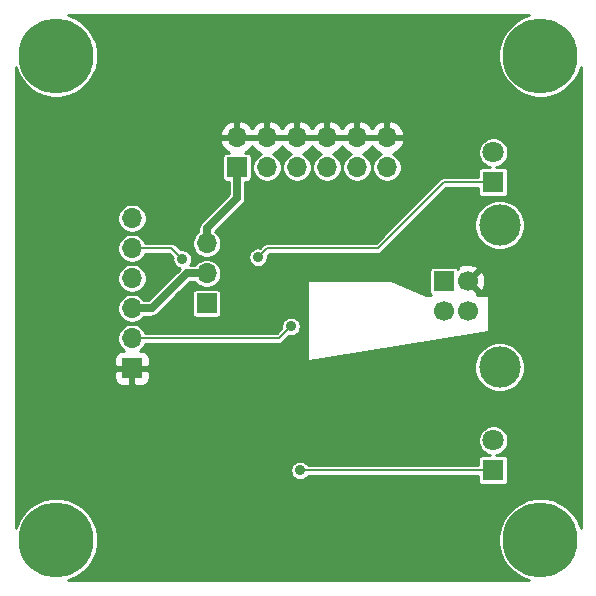
<source format=gbl>
G04 #@! TF.GenerationSoftware,KiCad,Pcbnew,(5.1.5)-3*
G04 #@! TF.CreationDate,2020-07-12T13:50:54-04:00*
G04 #@! TF.ProjectId,FTDI-USB-TTL-49MM,46544449-2d55-4534-922d-54544c2d3439,1*
G04 #@! TF.SameCoordinates,Original*
G04 #@! TF.FileFunction,Copper,L2,Bot*
G04 #@! TF.FilePolarity,Positive*
%FSLAX46Y46*%
G04 Gerber Fmt 4.6, Leading zero omitted, Abs format (unit mm)*
G04 Created by KiCad (PCBNEW (5.1.5)-3) date 2020-07-12 13:50:54*
%MOMM*%
%LPD*%
G04 APERTURE LIST*
%ADD10R,1.800000X1.800000*%
%ADD11C,1.800000*%
%ADD12C,6.350000*%
%ADD13R,1.700000X1.700000*%
%ADD14O,1.700000X1.700000*%
%ADD15C,1.700000*%
%ADD16C,3.500000*%
%ADD17C,0.889000*%
%ADD18C,0.635000*%
%ADD19C,0.203200*%
%ADD20C,0.254000*%
G04 APERTURE END LIST*
D10*
X41000000Y-39116000D03*
D11*
X41000000Y-36576000D03*
D12*
X45000000Y-45000000D03*
X4000000Y-45000000D03*
X45000000Y-4000000D03*
X4000000Y-4000000D03*
D13*
X16738600Y-24993600D03*
D14*
X16738600Y-22453600D03*
X16738600Y-19913600D03*
D13*
X36830000Y-23114000D03*
D15*
X36830000Y-25614000D03*
X38830000Y-25614000D03*
X38830000Y-23114000D03*
D16*
X41540000Y-18344000D03*
X41540000Y-30384000D03*
D13*
X10414000Y-30480000D03*
D14*
X10414000Y-27940000D03*
X10414000Y-25400000D03*
X10414000Y-22860000D03*
X10414000Y-20320000D03*
X10414000Y-17780000D03*
D11*
X41000000Y-12190000D03*
D10*
X41000000Y-14730000D03*
D13*
X19304000Y-13462000D03*
D14*
X19304000Y-10922000D03*
X21844000Y-13462000D03*
X21844000Y-10922000D03*
X24384000Y-13462000D03*
X24384000Y-10922000D03*
X26924000Y-13462000D03*
X26924000Y-10922000D03*
X29464000Y-13462000D03*
X29464000Y-10922000D03*
X32004000Y-13462000D03*
X32004000Y-10922000D03*
D17*
X23876000Y-26924000D03*
X14668500Y-21234400D03*
X21082000Y-21069300D03*
X24638000Y-39116000D03*
X16256000Y-36322000D03*
X22606000Y-21590000D03*
X20828000Y-18034000D03*
X23660100Y-30099000D03*
D18*
X16738600Y-19913600D02*
X16738600Y-18618200D01*
X19304000Y-16052800D02*
X19304000Y-13462000D01*
X16738600Y-18618200D02*
X19304000Y-16052800D01*
D19*
X22860000Y-27940000D02*
X23876000Y-26924000D01*
X10414000Y-27940000D02*
X22860000Y-27940000D01*
X13754100Y-20320000D02*
X14668500Y-21234400D01*
X10414000Y-20320000D02*
X13754100Y-20320000D01*
X21831300Y-20320000D02*
X31242000Y-20320000D01*
X21082000Y-21069300D02*
X21831300Y-20320000D01*
X36832000Y-14730000D02*
X31242000Y-20320000D01*
X41000000Y-14730000D02*
X36832000Y-14730000D01*
X41000000Y-39116000D02*
X24638000Y-39116000D01*
D18*
X10414000Y-25400000D02*
X12090400Y-25400000D01*
X15036800Y-22453600D02*
X16738600Y-22453600D01*
X12090400Y-25400000D02*
X15036800Y-22453600D01*
D20*
G36*
X43962753Y-580655D02*
G01*
X43315602Y-848714D01*
X42733182Y-1237874D01*
X42237874Y-1733182D01*
X41848714Y-2315602D01*
X41580655Y-2962753D01*
X41444000Y-3649765D01*
X41444000Y-4350235D01*
X41580655Y-5037247D01*
X41848714Y-5684398D01*
X42237874Y-6266818D01*
X42733182Y-6762126D01*
X43315602Y-7151286D01*
X43962753Y-7419345D01*
X44649765Y-7556000D01*
X45350235Y-7556000D01*
X46037247Y-7419345D01*
X46684398Y-7151286D01*
X47266818Y-6762126D01*
X47762126Y-6266818D01*
X48151286Y-5684398D01*
X48419345Y-5037247D01*
X48428500Y-4991222D01*
X48428501Y-44008783D01*
X48419345Y-43962753D01*
X48151286Y-43315602D01*
X47762126Y-42733182D01*
X47266818Y-42237874D01*
X46684398Y-41848714D01*
X46037247Y-41580655D01*
X45350235Y-41444000D01*
X44649765Y-41444000D01*
X43962753Y-41580655D01*
X43315602Y-41848714D01*
X42733182Y-42237874D01*
X42237874Y-42733182D01*
X41848714Y-43315602D01*
X41580655Y-43962753D01*
X41444000Y-44649765D01*
X41444000Y-45350235D01*
X41580655Y-46037247D01*
X41848714Y-46684398D01*
X42237874Y-47266818D01*
X42733182Y-47762126D01*
X43315602Y-48151286D01*
X43962753Y-48419345D01*
X44008778Y-48428500D01*
X4991222Y-48428500D01*
X5037247Y-48419345D01*
X5684398Y-48151286D01*
X6266818Y-47762126D01*
X6762126Y-47266818D01*
X7151286Y-46684398D01*
X7419345Y-46037247D01*
X7556000Y-45350235D01*
X7556000Y-44649765D01*
X7419345Y-43962753D01*
X7151286Y-43315602D01*
X6762126Y-42733182D01*
X6266818Y-42237874D01*
X5684398Y-41848714D01*
X5037247Y-41580655D01*
X4350235Y-41444000D01*
X3649765Y-41444000D01*
X2962753Y-41580655D01*
X2315602Y-41848714D01*
X1733182Y-42237874D01*
X1237874Y-42733182D01*
X848714Y-43315602D01*
X580655Y-43962753D01*
X571500Y-44008778D01*
X571500Y-39034695D01*
X23812500Y-39034695D01*
X23812500Y-39197305D01*
X23844224Y-39356789D01*
X23906452Y-39507021D01*
X23996792Y-39642225D01*
X24111775Y-39757208D01*
X24246979Y-39847548D01*
X24397211Y-39909776D01*
X24556695Y-39941500D01*
X24719305Y-39941500D01*
X24878789Y-39909776D01*
X25029021Y-39847548D01*
X25164225Y-39757208D01*
X25279208Y-39642225D01*
X25308357Y-39598600D01*
X39717157Y-39598600D01*
X39717157Y-40016000D01*
X39724513Y-40090689D01*
X39746299Y-40162508D01*
X39781678Y-40228696D01*
X39829289Y-40286711D01*
X39887304Y-40334322D01*
X39953492Y-40369701D01*
X40025311Y-40391487D01*
X40100000Y-40398843D01*
X41900000Y-40398843D01*
X41974689Y-40391487D01*
X42046508Y-40369701D01*
X42112696Y-40334322D01*
X42170711Y-40286711D01*
X42218322Y-40228696D01*
X42253701Y-40162508D01*
X42275487Y-40090689D01*
X42282843Y-40016000D01*
X42282843Y-38216000D01*
X42275487Y-38141311D01*
X42253701Y-38069492D01*
X42218322Y-38003304D01*
X42170711Y-37945289D01*
X42112696Y-37897678D01*
X42046508Y-37862299D01*
X41974689Y-37840513D01*
X41900000Y-37833157D01*
X41246034Y-37833157D01*
X41373654Y-37807772D01*
X41606781Y-37711207D01*
X41816590Y-37571018D01*
X41995018Y-37392590D01*
X42135207Y-37182781D01*
X42231772Y-36949654D01*
X42281000Y-36702167D01*
X42281000Y-36449833D01*
X42231772Y-36202346D01*
X42135207Y-35969219D01*
X41995018Y-35759410D01*
X41816590Y-35580982D01*
X41606781Y-35440793D01*
X41373654Y-35344228D01*
X41126167Y-35295000D01*
X40873833Y-35295000D01*
X40626346Y-35344228D01*
X40393219Y-35440793D01*
X40183410Y-35580982D01*
X40004982Y-35759410D01*
X39864793Y-35969219D01*
X39768228Y-36202346D01*
X39719000Y-36449833D01*
X39719000Y-36702167D01*
X39768228Y-36949654D01*
X39864793Y-37182781D01*
X40004982Y-37392590D01*
X40183410Y-37571018D01*
X40393219Y-37711207D01*
X40626346Y-37807772D01*
X40753966Y-37833157D01*
X40100000Y-37833157D01*
X40025311Y-37840513D01*
X39953492Y-37862299D01*
X39887304Y-37897678D01*
X39829289Y-37945289D01*
X39781678Y-38003304D01*
X39746299Y-38069492D01*
X39724513Y-38141311D01*
X39717157Y-38216000D01*
X39717157Y-38633400D01*
X25308357Y-38633400D01*
X25279208Y-38589775D01*
X25164225Y-38474792D01*
X25029021Y-38384452D01*
X24878789Y-38322224D01*
X24719305Y-38290500D01*
X24556695Y-38290500D01*
X24397211Y-38322224D01*
X24246979Y-38384452D01*
X24111775Y-38474792D01*
X23996792Y-38589775D01*
X23906452Y-38724979D01*
X23844224Y-38875211D01*
X23812500Y-39034695D01*
X571500Y-39034695D01*
X571500Y-31330000D01*
X8925928Y-31330000D01*
X8938188Y-31454482D01*
X8974498Y-31574180D01*
X9033463Y-31684494D01*
X9112815Y-31781185D01*
X9209506Y-31860537D01*
X9319820Y-31919502D01*
X9439518Y-31955812D01*
X9564000Y-31968072D01*
X10128250Y-31965000D01*
X10287000Y-31806250D01*
X10287000Y-30607000D01*
X10541000Y-30607000D01*
X10541000Y-31806250D01*
X10699750Y-31965000D01*
X11264000Y-31968072D01*
X11388482Y-31955812D01*
X11508180Y-31919502D01*
X11618494Y-31860537D01*
X11715185Y-31781185D01*
X11794537Y-31684494D01*
X11853502Y-31574180D01*
X11889812Y-31454482D01*
X11902072Y-31330000D01*
X11899000Y-30765750D01*
X11740250Y-30607000D01*
X10541000Y-30607000D01*
X10287000Y-30607000D01*
X9087750Y-30607000D01*
X8929000Y-30765750D01*
X8925928Y-31330000D01*
X571500Y-31330000D01*
X571500Y-29630000D01*
X8925928Y-29630000D01*
X8929000Y-30194250D01*
X9087750Y-30353000D01*
X10287000Y-30353000D01*
X10287000Y-30333000D01*
X10541000Y-30333000D01*
X10541000Y-30353000D01*
X11740250Y-30353000D01*
X11899000Y-30194250D01*
X11899109Y-30174115D01*
X39409000Y-30174115D01*
X39409000Y-30593885D01*
X39490893Y-31005590D01*
X39651532Y-31393407D01*
X39884744Y-31742433D01*
X40181567Y-32039256D01*
X40530593Y-32272468D01*
X40918410Y-32433107D01*
X41330115Y-32515000D01*
X41749885Y-32515000D01*
X42161590Y-32433107D01*
X42549407Y-32272468D01*
X42898433Y-32039256D01*
X43195256Y-31742433D01*
X43428468Y-31393407D01*
X43589107Y-31005590D01*
X43671000Y-30593885D01*
X43671000Y-30174115D01*
X43589107Y-29762410D01*
X43428468Y-29374593D01*
X43195256Y-29025567D01*
X42898433Y-28728744D01*
X42549407Y-28495532D01*
X42161590Y-28334893D01*
X41749885Y-28253000D01*
X41330115Y-28253000D01*
X40918410Y-28334893D01*
X40530593Y-28495532D01*
X40181567Y-28728744D01*
X39884744Y-29025567D01*
X39651532Y-29374593D01*
X39490893Y-29762410D01*
X39409000Y-30174115D01*
X11899109Y-30174115D01*
X11902072Y-29630000D01*
X11889812Y-29505518D01*
X11853502Y-29385820D01*
X11794537Y-29275506D01*
X11715185Y-29178815D01*
X11618494Y-29099463D01*
X11508180Y-29040498D01*
X11388482Y-29004188D01*
X11264000Y-28991928D01*
X11053706Y-28993073D01*
X11198717Y-28896180D01*
X11370180Y-28724717D01*
X11504898Y-28523097D01*
X11546525Y-28422600D01*
X22836295Y-28422600D01*
X22860000Y-28424935D01*
X22883705Y-28422600D01*
X22883707Y-28422600D01*
X22954606Y-28415617D01*
X23045577Y-28388022D01*
X23129415Y-28343209D01*
X23202901Y-28282901D01*
X23218017Y-28264482D01*
X23743236Y-27739264D01*
X23794695Y-27749500D01*
X23957305Y-27749500D01*
X24116789Y-27717776D01*
X24267021Y-27655548D01*
X24402225Y-27565208D01*
X24517208Y-27450225D01*
X24607548Y-27315021D01*
X24669776Y-27164789D01*
X24701500Y-27005305D01*
X24701500Y-26842695D01*
X24669776Y-26683211D01*
X24607548Y-26532979D01*
X24517208Y-26397775D01*
X24402225Y-26282792D01*
X24267021Y-26192452D01*
X24116789Y-26130224D01*
X23957305Y-26098500D01*
X23794695Y-26098500D01*
X23635211Y-26130224D01*
X23484979Y-26192452D01*
X23349775Y-26282792D01*
X23234792Y-26397775D01*
X23144452Y-26532979D01*
X23082224Y-26683211D01*
X23050500Y-26842695D01*
X23050500Y-27005305D01*
X23060736Y-27056764D01*
X22660101Y-27457400D01*
X11546525Y-27457400D01*
X11504898Y-27356903D01*
X11370180Y-27155283D01*
X11198717Y-26983820D01*
X10997097Y-26849102D01*
X10773069Y-26756307D01*
X10535243Y-26709000D01*
X10292757Y-26709000D01*
X10054931Y-26756307D01*
X9830903Y-26849102D01*
X9629283Y-26983820D01*
X9457820Y-27155283D01*
X9323102Y-27356903D01*
X9230307Y-27580931D01*
X9183000Y-27818757D01*
X9183000Y-28061243D01*
X9230307Y-28299069D01*
X9323102Y-28523097D01*
X9457820Y-28724717D01*
X9629283Y-28896180D01*
X9774294Y-28993073D01*
X9564000Y-28991928D01*
X9439518Y-29004188D01*
X9319820Y-29040498D01*
X9209506Y-29099463D01*
X9112815Y-29178815D01*
X9033463Y-29275506D01*
X8974498Y-29385820D01*
X8938188Y-29505518D01*
X8925928Y-29630000D01*
X571500Y-29630000D01*
X571500Y-22738757D01*
X9183000Y-22738757D01*
X9183000Y-22981243D01*
X9230307Y-23219069D01*
X9323102Y-23443097D01*
X9457820Y-23644717D01*
X9629283Y-23816180D01*
X9830903Y-23950898D01*
X10054931Y-24043693D01*
X10292757Y-24091000D01*
X10535243Y-24091000D01*
X10773069Y-24043693D01*
X10997097Y-23950898D01*
X11198717Y-23816180D01*
X11370180Y-23644717D01*
X11504898Y-23443097D01*
X11597693Y-23219069D01*
X11645000Y-22981243D01*
X11645000Y-22738757D01*
X11597693Y-22500931D01*
X11504898Y-22276903D01*
X11370180Y-22075283D01*
X11198717Y-21903820D01*
X10997097Y-21769102D01*
X10773069Y-21676307D01*
X10535243Y-21629000D01*
X10292757Y-21629000D01*
X10054931Y-21676307D01*
X9830903Y-21769102D01*
X9629283Y-21903820D01*
X9457820Y-22075283D01*
X9323102Y-22276903D01*
X9230307Y-22500931D01*
X9183000Y-22738757D01*
X571500Y-22738757D01*
X571500Y-20198757D01*
X9183000Y-20198757D01*
X9183000Y-20441243D01*
X9230307Y-20679069D01*
X9323102Y-20903097D01*
X9457820Y-21104717D01*
X9629283Y-21276180D01*
X9830903Y-21410898D01*
X10054931Y-21503693D01*
X10292757Y-21551000D01*
X10535243Y-21551000D01*
X10773069Y-21503693D01*
X10997097Y-21410898D01*
X11198717Y-21276180D01*
X11370180Y-21104717D01*
X11504898Y-20903097D01*
X11546525Y-20802600D01*
X13554201Y-20802600D01*
X13853236Y-21101636D01*
X13843000Y-21153095D01*
X13843000Y-21315705D01*
X13874724Y-21475189D01*
X13936952Y-21625421D01*
X14027292Y-21760625D01*
X14142275Y-21875608D01*
X14277479Y-21965948D01*
X14427711Y-22028176D01*
X14466650Y-22035922D01*
X11801073Y-24701500D01*
X11427788Y-24701500D01*
X11370180Y-24615283D01*
X11198717Y-24443820D01*
X10997097Y-24309102D01*
X10773069Y-24216307D01*
X10535243Y-24169000D01*
X10292757Y-24169000D01*
X10054931Y-24216307D01*
X9830903Y-24309102D01*
X9629283Y-24443820D01*
X9457820Y-24615283D01*
X9323102Y-24816903D01*
X9230307Y-25040931D01*
X9183000Y-25278757D01*
X9183000Y-25521243D01*
X9230307Y-25759069D01*
X9323102Y-25983097D01*
X9457820Y-26184717D01*
X9629283Y-26356180D01*
X9830903Y-26490898D01*
X10054931Y-26583693D01*
X10292757Y-26631000D01*
X10535243Y-26631000D01*
X10773069Y-26583693D01*
X10997097Y-26490898D01*
X11198717Y-26356180D01*
X11370180Y-26184717D01*
X11427788Y-26098500D01*
X12056102Y-26098500D01*
X12090400Y-26101878D01*
X12124698Y-26098500D01*
X12124709Y-26098500D01*
X12227330Y-26088393D01*
X12358997Y-26048452D01*
X12480343Y-25983591D01*
X12586703Y-25896303D01*
X12608575Y-25869652D01*
X14334627Y-24143600D01*
X15505757Y-24143600D01*
X15505757Y-25843600D01*
X15513113Y-25918289D01*
X15534899Y-25990108D01*
X15570278Y-26056296D01*
X15617889Y-26114311D01*
X15675904Y-26161922D01*
X15742092Y-26197301D01*
X15813911Y-26219087D01*
X15888600Y-26226443D01*
X17588600Y-26226443D01*
X17663289Y-26219087D01*
X17735108Y-26197301D01*
X17801296Y-26161922D01*
X17859311Y-26114311D01*
X17906922Y-26056296D01*
X17942301Y-25990108D01*
X17964087Y-25918289D01*
X17971443Y-25843600D01*
X17971443Y-24143600D01*
X17964087Y-24068911D01*
X17942301Y-23997092D01*
X17906922Y-23930904D01*
X17859311Y-23872889D01*
X17801296Y-23825278D01*
X17735108Y-23789899D01*
X17663289Y-23768113D01*
X17588600Y-23760757D01*
X15888600Y-23760757D01*
X15813911Y-23768113D01*
X15742092Y-23789899D01*
X15675904Y-23825278D01*
X15617889Y-23872889D01*
X15570278Y-23930904D01*
X15534899Y-23997092D01*
X15513113Y-24068911D01*
X15505757Y-24143600D01*
X14334627Y-24143600D01*
X15326128Y-23152100D01*
X15724812Y-23152100D01*
X15782420Y-23238317D01*
X15953883Y-23409780D01*
X16155503Y-23544498D01*
X16379531Y-23637293D01*
X16617357Y-23684600D01*
X16859843Y-23684600D01*
X17097669Y-23637293D01*
X17321697Y-23544498D01*
X17523317Y-23409780D01*
X17694780Y-23238317D01*
X17777845Y-23114000D01*
X25273000Y-23114000D01*
X25273000Y-29718000D01*
X25274672Y-29738537D01*
X25281086Y-29762593D01*
X25292071Y-29784935D01*
X25307203Y-29804705D01*
X25325901Y-29821142D01*
X25347447Y-29833617D01*
X25371013Y-29841648D01*
X25395692Y-29844927D01*
X25420537Y-29843328D01*
X40533537Y-27366828D01*
X40560039Y-27359467D01*
X40582150Y-27348024D01*
X40601603Y-27332487D01*
X40617651Y-27313453D01*
X40629677Y-27291654D01*
X40637220Y-27267928D01*
X40639989Y-27243186D01*
X40678089Y-24372986D01*
X40675599Y-24346222D01*
X40668315Y-24322415D01*
X40656525Y-24300487D01*
X40640685Y-24281280D01*
X40621402Y-24265533D01*
X40599417Y-24253850D01*
X40575575Y-24246681D01*
X40550792Y-24244300D01*
X39646347Y-24246490D01*
X39678792Y-24142397D01*
X38830000Y-23293605D01*
X38815858Y-23307748D01*
X38636253Y-23128143D01*
X38650395Y-23114000D01*
X39009605Y-23114000D01*
X39858397Y-23962792D01*
X40107472Y-23885157D01*
X40233371Y-23621117D01*
X40305339Y-23337589D01*
X40320611Y-23045469D01*
X40278599Y-22755981D01*
X40180919Y-22480253D01*
X40107472Y-22342843D01*
X39858397Y-22265208D01*
X39009605Y-23114000D01*
X38650395Y-23114000D01*
X38636253Y-23099858D01*
X38815858Y-22920253D01*
X38830000Y-22934395D01*
X39678792Y-22085603D01*
X39601157Y-21836528D01*
X39337117Y-21710629D01*
X39053589Y-21638661D01*
X38761469Y-21623389D01*
X38471981Y-21665401D01*
X38196253Y-21763081D01*
X38058843Y-21836528D01*
X37993667Y-22045632D01*
X37950711Y-21993289D01*
X37892696Y-21945678D01*
X37826508Y-21910299D01*
X37754689Y-21888513D01*
X37680000Y-21881157D01*
X35980000Y-21881157D01*
X35905311Y-21888513D01*
X35833492Y-21910299D01*
X35767304Y-21945678D01*
X35709289Y-21993289D01*
X35661678Y-22051304D01*
X35626299Y-22117492D01*
X35604513Y-22189311D01*
X35597157Y-22264000D01*
X35597157Y-23964000D01*
X35604513Y-24038689D01*
X35626299Y-24110508D01*
X35661678Y-24176696D01*
X35709289Y-24234711D01*
X35735181Y-24255960D01*
X35331252Y-24256938D01*
X32306846Y-22996769D01*
X32282776Y-22989440D01*
X32258000Y-22987000D01*
X25400000Y-22987000D01*
X25375224Y-22989440D01*
X25351399Y-22996667D01*
X25329443Y-23008403D01*
X25310197Y-23024197D01*
X25294403Y-23043443D01*
X25282667Y-23065399D01*
X25275440Y-23089224D01*
X25273000Y-23114000D01*
X17777845Y-23114000D01*
X17829498Y-23036697D01*
X17922293Y-22812669D01*
X17969600Y-22574843D01*
X17969600Y-22332357D01*
X17922293Y-22094531D01*
X17829498Y-21870503D01*
X17694780Y-21668883D01*
X17523317Y-21497420D01*
X17321697Y-21362702D01*
X17097669Y-21269907D01*
X16859843Y-21222600D01*
X16617357Y-21222600D01*
X16379531Y-21269907D01*
X16155503Y-21362702D01*
X15953883Y-21497420D01*
X15782420Y-21668883D01*
X15724812Y-21755100D01*
X15313400Y-21755100D01*
X15400048Y-21625421D01*
X15462276Y-21475189D01*
X15494000Y-21315705D01*
X15494000Y-21153095D01*
X15462276Y-20993611D01*
X15400048Y-20843379D01*
X15309708Y-20708175D01*
X15194725Y-20593192D01*
X15059521Y-20502852D01*
X14909289Y-20440624D01*
X14749805Y-20408900D01*
X14587195Y-20408900D01*
X14535736Y-20419136D01*
X14112117Y-19995518D01*
X14097001Y-19977099D01*
X14023515Y-19916791D01*
X13939677Y-19871978D01*
X13848706Y-19844383D01*
X13777807Y-19837400D01*
X13777805Y-19837400D01*
X13754100Y-19835065D01*
X13730395Y-19837400D01*
X11546525Y-19837400D01*
X11527868Y-19792357D01*
X15507600Y-19792357D01*
X15507600Y-20034843D01*
X15554907Y-20272669D01*
X15647702Y-20496697D01*
X15782420Y-20698317D01*
X15953883Y-20869780D01*
X16155503Y-21004498D01*
X16379531Y-21097293D01*
X16617357Y-21144600D01*
X16859843Y-21144600D01*
X17097669Y-21097293D01*
X17321697Y-21004498D01*
X17346395Y-20987995D01*
X20256500Y-20987995D01*
X20256500Y-21150605D01*
X20288224Y-21310089D01*
X20350452Y-21460321D01*
X20440792Y-21595525D01*
X20555775Y-21710508D01*
X20690979Y-21800848D01*
X20841211Y-21863076D01*
X21000695Y-21894800D01*
X21163305Y-21894800D01*
X21322789Y-21863076D01*
X21473021Y-21800848D01*
X21608225Y-21710508D01*
X21723208Y-21595525D01*
X21813548Y-21460321D01*
X21875776Y-21310089D01*
X21907500Y-21150605D01*
X21907500Y-20987995D01*
X21897264Y-20936535D01*
X22031199Y-20802600D01*
X31218295Y-20802600D01*
X31242000Y-20804935D01*
X31265705Y-20802600D01*
X31265707Y-20802600D01*
X31336606Y-20795617D01*
X31427577Y-20768022D01*
X31511415Y-20723209D01*
X31584901Y-20662901D01*
X31600017Y-20644482D01*
X34110384Y-18134115D01*
X39409000Y-18134115D01*
X39409000Y-18553885D01*
X39490893Y-18965590D01*
X39651532Y-19353407D01*
X39884744Y-19702433D01*
X40181567Y-19999256D01*
X40530593Y-20232468D01*
X40918410Y-20393107D01*
X41330115Y-20475000D01*
X41749885Y-20475000D01*
X42161590Y-20393107D01*
X42549407Y-20232468D01*
X42898433Y-19999256D01*
X43195256Y-19702433D01*
X43428468Y-19353407D01*
X43589107Y-18965590D01*
X43671000Y-18553885D01*
X43671000Y-18134115D01*
X43589107Y-17722410D01*
X43428468Y-17334593D01*
X43195256Y-16985567D01*
X42898433Y-16688744D01*
X42549407Y-16455532D01*
X42161590Y-16294893D01*
X41749885Y-16213000D01*
X41330115Y-16213000D01*
X40918410Y-16294893D01*
X40530593Y-16455532D01*
X40181567Y-16688744D01*
X39884744Y-16985567D01*
X39651532Y-17334593D01*
X39490893Y-17722410D01*
X39409000Y-18134115D01*
X34110384Y-18134115D01*
X37031900Y-15212600D01*
X39717157Y-15212600D01*
X39717157Y-15630000D01*
X39724513Y-15704689D01*
X39746299Y-15776508D01*
X39781678Y-15842696D01*
X39829289Y-15900711D01*
X39887304Y-15948322D01*
X39953492Y-15983701D01*
X40025311Y-16005487D01*
X40100000Y-16012843D01*
X41900000Y-16012843D01*
X41974689Y-16005487D01*
X42046508Y-15983701D01*
X42112696Y-15948322D01*
X42170711Y-15900711D01*
X42218322Y-15842696D01*
X42253701Y-15776508D01*
X42275487Y-15704689D01*
X42282843Y-15630000D01*
X42282843Y-13830000D01*
X42275487Y-13755311D01*
X42253701Y-13683492D01*
X42218322Y-13617304D01*
X42170711Y-13559289D01*
X42112696Y-13511678D01*
X42046508Y-13476299D01*
X41974689Y-13454513D01*
X41900000Y-13447157D01*
X41246034Y-13447157D01*
X41373654Y-13421772D01*
X41606781Y-13325207D01*
X41816590Y-13185018D01*
X41995018Y-13006590D01*
X42135207Y-12796781D01*
X42231772Y-12563654D01*
X42281000Y-12316167D01*
X42281000Y-12063833D01*
X42231772Y-11816346D01*
X42135207Y-11583219D01*
X41995018Y-11373410D01*
X41816590Y-11194982D01*
X41606781Y-11054793D01*
X41373654Y-10958228D01*
X41126167Y-10909000D01*
X40873833Y-10909000D01*
X40626346Y-10958228D01*
X40393219Y-11054793D01*
X40183410Y-11194982D01*
X40004982Y-11373410D01*
X39864793Y-11583219D01*
X39768228Y-11816346D01*
X39719000Y-12063833D01*
X39719000Y-12316167D01*
X39768228Y-12563654D01*
X39864793Y-12796781D01*
X40004982Y-13006590D01*
X40183410Y-13185018D01*
X40393219Y-13325207D01*
X40626346Y-13421772D01*
X40753966Y-13447157D01*
X40100000Y-13447157D01*
X40025311Y-13454513D01*
X39953492Y-13476299D01*
X39887304Y-13511678D01*
X39829289Y-13559289D01*
X39781678Y-13617304D01*
X39746299Y-13683492D01*
X39724513Y-13755311D01*
X39717157Y-13830000D01*
X39717157Y-14247400D01*
X36855707Y-14247400D01*
X36832000Y-14245065D01*
X36737393Y-14254383D01*
X36646423Y-14281978D01*
X36562585Y-14326791D01*
X36489099Y-14387099D01*
X36473988Y-14405512D01*
X31042101Y-19837400D01*
X21855004Y-19837400D01*
X21831299Y-19835065D01*
X21807594Y-19837400D01*
X21807593Y-19837400D01*
X21736694Y-19844383D01*
X21645723Y-19871978D01*
X21561885Y-19916791D01*
X21488399Y-19977099D01*
X21473283Y-19995518D01*
X21214765Y-20254036D01*
X21163305Y-20243800D01*
X21000695Y-20243800D01*
X20841211Y-20275524D01*
X20690979Y-20337752D01*
X20555775Y-20428092D01*
X20440792Y-20543075D01*
X20350452Y-20678279D01*
X20288224Y-20828511D01*
X20256500Y-20987995D01*
X17346395Y-20987995D01*
X17523317Y-20869780D01*
X17694780Y-20698317D01*
X17829498Y-20496697D01*
X17922293Y-20272669D01*
X17969600Y-20034843D01*
X17969600Y-19792357D01*
X17922293Y-19554531D01*
X17829498Y-19330503D01*
X17694780Y-19128883D01*
X17523317Y-18957420D01*
X17441725Y-18902902D01*
X19773662Y-16570966D01*
X19800302Y-16549103D01*
X19822167Y-16522461D01*
X19822173Y-16522455D01*
X19887591Y-16442744D01*
X19952451Y-16321399D01*
X19952452Y-16321396D01*
X19992393Y-16189730D01*
X20002500Y-16087109D01*
X20002500Y-16087099D01*
X20005878Y-16052801D01*
X20002500Y-16018503D01*
X20002500Y-14694843D01*
X20154000Y-14694843D01*
X20228689Y-14687487D01*
X20300508Y-14665701D01*
X20366696Y-14630322D01*
X20424711Y-14582711D01*
X20472322Y-14524696D01*
X20507701Y-14458508D01*
X20529487Y-14386689D01*
X20536843Y-14312000D01*
X20536843Y-12612000D01*
X20529487Y-12537311D01*
X20507701Y-12465492D01*
X20472322Y-12399304D01*
X20424711Y-12341289D01*
X20366696Y-12293678D01*
X20300508Y-12258299D01*
X20228689Y-12236513D01*
X20154000Y-12229157D01*
X19996355Y-12229157D01*
X20070920Y-12193641D01*
X20304269Y-12019588D01*
X20499178Y-11803355D01*
X20574000Y-11677745D01*
X20648822Y-11803355D01*
X20843731Y-12019588D01*
X21077080Y-12193641D01*
X21339901Y-12318825D01*
X21367154Y-12327091D01*
X21260903Y-12371102D01*
X21059283Y-12505820D01*
X20887820Y-12677283D01*
X20753102Y-12878903D01*
X20660307Y-13102931D01*
X20613000Y-13340757D01*
X20613000Y-13583243D01*
X20660307Y-13821069D01*
X20753102Y-14045097D01*
X20887820Y-14246717D01*
X21059283Y-14418180D01*
X21260903Y-14552898D01*
X21484931Y-14645693D01*
X21722757Y-14693000D01*
X21965243Y-14693000D01*
X22203069Y-14645693D01*
X22427097Y-14552898D01*
X22628717Y-14418180D01*
X22800180Y-14246717D01*
X22934898Y-14045097D01*
X23027693Y-13821069D01*
X23075000Y-13583243D01*
X23075000Y-13340757D01*
X23027693Y-13102931D01*
X22934898Y-12878903D01*
X22800180Y-12677283D01*
X22628717Y-12505820D01*
X22427097Y-12371102D01*
X22320846Y-12327091D01*
X22348099Y-12318825D01*
X22610920Y-12193641D01*
X22844269Y-12019588D01*
X23039178Y-11803355D01*
X23114000Y-11677745D01*
X23188822Y-11803355D01*
X23383731Y-12019588D01*
X23617080Y-12193641D01*
X23879901Y-12318825D01*
X23907154Y-12327091D01*
X23800903Y-12371102D01*
X23599283Y-12505820D01*
X23427820Y-12677283D01*
X23293102Y-12878903D01*
X23200307Y-13102931D01*
X23153000Y-13340757D01*
X23153000Y-13583243D01*
X23200307Y-13821069D01*
X23293102Y-14045097D01*
X23427820Y-14246717D01*
X23599283Y-14418180D01*
X23800903Y-14552898D01*
X24024931Y-14645693D01*
X24262757Y-14693000D01*
X24505243Y-14693000D01*
X24743069Y-14645693D01*
X24967097Y-14552898D01*
X25168717Y-14418180D01*
X25340180Y-14246717D01*
X25474898Y-14045097D01*
X25567693Y-13821069D01*
X25615000Y-13583243D01*
X25615000Y-13340757D01*
X25567693Y-13102931D01*
X25474898Y-12878903D01*
X25340180Y-12677283D01*
X25168717Y-12505820D01*
X24967097Y-12371102D01*
X24860846Y-12327091D01*
X24888099Y-12318825D01*
X25150920Y-12193641D01*
X25384269Y-12019588D01*
X25579178Y-11803355D01*
X25654000Y-11677745D01*
X25728822Y-11803355D01*
X25923731Y-12019588D01*
X26157080Y-12193641D01*
X26419901Y-12318825D01*
X26447154Y-12327091D01*
X26340903Y-12371102D01*
X26139283Y-12505820D01*
X25967820Y-12677283D01*
X25833102Y-12878903D01*
X25740307Y-13102931D01*
X25693000Y-13340757D01*
X25693000Y-13583243D01*
X25740307Y-13821069D01*
X25833102Y-14045097D01*
X25967820Y-14246717D01*
X26139283Y-14418180D01*
X26340903Y-14552898D01*
X26564931Y-14645693D01*
X26802757Y-14693000D01*
X27045243Y-14693000D01*
X27283069Y-14645693D01*
X27507097Y-14552898D01*
X27708717Y-14418180D01*
X27880180Y-14246717D01*
X28014898Y-14045097D01*
X28107693Y-13821069D01*
X28155000Y-13583243D01*
X28155000Y-13340757D01*
X28107693Y-13102931D01*
X28014898Y-12878903D01*
X27880180Y-12677283D01*
X27708717Y-12505820D01*
X27507097Y-12371102D01*
X27400846Y-12327091D01*
X27428099Y-12318825D01*
X27690920Y-12193641D01*
X27924269Y-12019588D01*
X28119178Y-11803355D01*
X28194000Y-11677745D01*
X28268822Y-11803355D01*
X28463731Y-12019588D01*
X28697080Y-12193641D01*
X28959901Y-12318825D01*
X28987154Y-12327091D01*
X28880903Y-12371102D01*
X28679283Y-12505820D01*
X28507820Y-12677283D01*
X28373102Y-12878903D01*
X28280307Y-13102931D01*
X28233000Y-13340757D01*
X28233000Y-13583243D01*
X28280307Y-13821069D01*
X28373102Y-14045097D01*
X28507820Y-14246717D01*
X28679283Y-14418180D01*
X28880903Y-14552898D01*
X29104931Y-14645693D01*
X29342757Y-14693000D01*
X29585243Y-14693000D01*
X29823069Y-14645693D01*
X30047097Y-14552898D01*
X30248717Y-14418180D01*
X30420180Y-14246717D01*
X30554898Y-14045097D01*
X30647693Y-13821069D01*
X30695000Y-13583243D01*
X30695000Y-13340757D01*
X30647693Y-13102931D01*
X30554898Y-12878903D01*
X30420180Y-12677283D01*
X30248717Y-12505820D01*
X30047097Y-12371102D01*
X29940846Y-12327091D01*
X29968099Y-12318825D01*
X30230920Y-12193641D01*
X30464269Y-12019588D01*
X30659178Y-11803355D01*
X30734000Y-11677745D01*
X30808822Y-11803355D01*
X31003731Y-12019588D01*
X31237080Y-12193641D01*
X31499901Y-12318825D01*
X31527154Y-12327091D01*
X31420903Y-12371102D01*
X31219283Y-12505820D01*
X31047820Y-12677283D01*
X30913102Y-12878903D01*
X30820307Y-13102931D01*
X30773000Y-13340757D01*
X30773000Y-13583243D01*
X30820307Y-13821069D01*
X30913102Y-14045097D01*
X31047820Y-14246717D01*
X31219283Y-14418180D01*
X31420903Y-14552898D01*
X31644931Y-14645693D01*
X31882757Y-14693000D01*
X32125243Y-14693000D01*
X32363069Y-14645693D01*
X32587097Y-14552898D01*
X32788717Y-14418180D01*
X32960180Y-14246717D01*
X33094898Y-14045097D01*
X33187693Y-13821069D01*
X33235000Y-13583243D01*
X33235000Y-13340757D01*
X33187693Y-13102931D01*
X33094898Y-12878903D01*
X32960180Y-12677283D01*
X32788717Y-12505820D01*
X32587097Y-12371102D01*
X32480846Y-12327091D01*
X32508099Y-12318825D01*
X32770920Y-12193641D01*
X33004269Y-12019588D01*
X33199178Y-11803355D01*
X33348157Y-11553252D01*
X33445481Y-11278891D01*
X33324814Y-11049000D01*
X32131000Y-11049000D01*
X32131000Y-11069000D01*
X31877000Y-11069000D01*
X31877000Y-11049000D01*
X29591000Y-11049000D01*
X29591000Y-11069000D01*
X29337000Y-11069000D01*
X29337000Y-11049000D01*
X27051000Y-11049000D01*
X27051000Y-11069000D01*
X26797000Y-11069000D01*
X26797000Y-11049000D01*
X24511000Y-11049000D01*
X24511000Y-11069000D01*
X24257000Y-11069000D01*
X24257000Y-11049000D01*
X21971000Y-11049000D01*
X21971000Y-11069000D01*
X21717000Y-11069000D01*
X21717000Y-11049000D01*
X19431000Y-11049000D01*
X19431000Y-11069000D01*
X19177000Y-11069000D01*
X19177000Y-11049000D01*
X17983186Y-11049000D01*
X17862519Y-11278891D01*
X17959843Y-11553252D01*
X18108822Y-11803355D01*
X18303731Y-12019588D01*
X18537080Y-12193641D01*
X18611645Y-12229157D01*
X18454000Y-12229157D01*
X18379311Y-12236513D01*
X18307492Y-12258299D01*
X18241304Y-12293678D01*
X18183289Y-12341289D01*
X18135678Y-12399304D01*
X18100299Y-12465492D01*
X18078513Y-12537311D01*
X18071157Y-12612000D01*
X18071157Y-14312000D01*
X18078513Y-14386689D01*
X18100299Y-14458508D01*
X18135678Y-14524696D01*
X18183289Y-14582711D01*
X18241304Y-14630322D01*
X18307492Y-14665701D01*
X18379311Y-14687487D01*
X18454000Y-14694843D01*
X18605501Y-14694843D01*
X18605500Y-15763472D01*
X16268944Y-18100029D01*
X16242298Y-18121897D01*
X16220430Y-18148543D01*
X16220426Y-18148547D01*
X16155009Y-18228257D01*
X16090149Y-18349602D01*
X16050208Y-18481271D01*
X16036722Y-18618200D01*
X16040101Y-18652508D01*
X16040101Y-18899811D01*
X15953883Y-18957420D01*
X15782420Y-19128883D01*
X15647702Y-19330503D01*
X15554907Y-19554531D01*
X15507600Y-19792357D01*
X11527868Y-19792357D01*
X11504898Y-19736903D01*
X11370180Y-19535283D01*
X11198717Y-19363820D01*
X10997097Y-19229102D01*
X10773069Y-19136307D01*
X10535243Y-19089000D01*
X10292757Y-19089000D01*
X10054931Y-19136307D01*
X9830903Y-19229102D01*
X9629283Y-19363820D01*
X9457820Y-19535283D01*
X9323102Y-19736903D01*
X9230307Y-19960931D01*
X9183000Y-20198757D01*
X571500Y-20198757D01*
X571500Y-17658757D01*
X9183000Y-17658757D01*
X9183000Y-17901243D01*
X9230307Y-18139069D01*
X9323102Y-18363097D01*
X9457820Y-18564717D01*
X9629283Y-18736180D01*
X9830903Y-18870898D01*
X10054931Y-18963693D01*
X10292757Y-19011000D01*
X10535243Y-19011000D01*
X10773069Y-18963693D01*
X10997097Y-18870898D01*
X11198717Y-18736180D01*
X11370180Y-18564717D01*
X11504898Y-18363097D01*
X11597693Y-18139069D01*
X11645000Y-17901243D01*
X11645000Y-17658757D01*
X11597693Y-17420931D01*
X11504898Y-17196903D01*
X11370180Y-16995283D01*
X11198717Y-16823820D01*
X10997097Y-16689102D01*
X10773069Y-16596307D01*
X10535243Y-16549000D01*
X10292757Y-16549000D01*
X10054931Y-16596307D01*
X9830903Y-16689102D01*
X9629283Y-16823820D01*
X9457820Y-16995283D01*
X9323102Y-17196903D01*
X9230307Y-17420931D01*
X9183000Y-17658757D01*
X571500Y-17658757D01*
X571500Y-10565109D01*
X17862519Y-10565109D01*
X17983186Y-10795000D01*
X19177000Y-10795000D01*
X19177000Y-9601845D01*
X19431000Y-9601845D01*
X19431000Y-10795000D01*
X21717000Y-10795000D01*
X21717000Y-9601845D01*
X21971000Y-9601845D01*
X21971000Y-10795000D01*
X24257000Y-10795000D01*
X24257000Y-9601845D01*
X24511000Y-9601845D01*
X24511000Y-10795000D01*
X26797000Y-10795000D01*
X26797000Y-9601845D01*
X27051000Y-9601845D01*
X27051000Y-10795000D01*
X29337000Y-10795000D01*
X29337000Y-9601845D01*
X29591000Y-9601845D01*
X29591000Y-10795000D01*
X31877000Y-10795000D01*
X31877000Y-9601845D01*
X32131000Y-9601845D01*
X32131000Y-10795000D01*
X33324814Y-10795000D01*
X33445481Y-10565109D01*
X33348157Y-10290748D01*
X33199178Y-10040645D01*
X33004269Y-9824412D01*
X32770920Y-9650359D01*
X32508099Y-9525175D01*
X32360890Y-9480524D01*
X32131000Y-9601845D01*
X31877000Y-9601845D01*
X31647110Y-9480524D01*
X31499901Y-9525175D01*
X31237080Y-9650359D01*
X31003731Y-9824412D01*
X30808822Y-10040645D01*
X30734000Y-10166255D01*
X30659178Y-10040645D01*
X30464269Y-9824412D01*
X30230920Y-9650359D01*
X29968099Y-9525175D01*
X29820890Y-9480524D01*
X29591000Y-9601845D01*
X29337000Y-9601845D01*
X29107110Y-9480524D01*
X28959901Y-9525175D01*
X28697080Y-9650359D01*
X28463731Y-9824412D01*
X28268822Y-10040645D01*
X28194000Y-10166255D01*
X28119178Y-10040645D01*
X27924269Y-9824412D01*
X27690920Y-9650359D01*
X27428099Y-9525175D01*
X27280890Y-9480524D01*
X27051000Y-9601845D01*
X26797000Y-9601845D01*
X26567110Y-9480524D01*
X26419901Y-9525175D01*
X26157080Y-9650359D01*
X25923731Y-9824412D01*
X25728822Y-10040645D01*
X25654000Y-10166255D01*
X25579178Y-10040645D01*
X25384269Y-9824412D01*
X25150920Y-9650359D01*
X24888099Y-9525175D01*
X24740890Y-9480524D01*
X24511000Y-9601845D01*
X24257000Y-9601845D01*
X24027110Y-9480524D01*
X23879901Y-9525175D01*
X23617080Y-9650359D01*
X23383731Y-9824412D01*
X23188822Y-10040645D01*
X23114000Y-10166255D01*
X23039178Y-10040645D01*
X22844269Y-9824412D01*
X22610920Y-9650359D01*
X22348099Y-9525175D01*
X22200890Y-9480524D01*
X21971000Y-9601845D01*
X21717000Y-9601845D01*
X21487110Y-9480524D01*
X21339901Y-9525175D01*
X21077080Y-9650359D01*
X20843731Y-9824412D01*
X20648822Y-10040645D01*
X20574000Y-10166255D01*
X20499178Y-10040645D01*
X20304269Y-9824412D01*
X20070920Y-9650359D01*
X19808099Y-9525175D01*
X19660890Y-9480524D01*
X19431000Y-9601845D01*
X19177000Y-9601845D01*
X18947110Y-9480524D01*
X18799901Y-9525175D01*
X18537080Y-9650359D01*
X18303731Y-9824412D01*
X18108822Y-10040645D01*
X17959843Y-10290748D01*
X17862519Y-10565109D01*
X571500Y-10565109D01*
X571500Y-4991222D01*
X580655Y-5037247D01*
X848714Y-5684398D01*
X1237874Y-6266818D01*
X1733182Y-6762126D01*
X2315602Y-7151286D01*
X2962753Y-7419345D01*
X3649765Y-7556000D01*
X4350235Y-7556000D01*
X5037247Y-7419345D01*
X5684398Y-7151286D01*
X6266818Y-6762126D01*
X6762126Y-6266818D01*
X7151286Y-5684398D01*
X7419345Y-5037247D01*
X7556000Y-4350235D01*
X7556000Y-3649765D01*
X7419345Y-2962753D01*
X7151286Y-2315602D01*
X6762126Y-1733182D01*
X6266818Y-1237874D01*
X5684398Y-848714D01*
X5037247Y-580655D01*
X4991222Y-571500D01*
X44008778Y-571500D01*
X43962753Y-580655D01*
G37*
X43962753Y-580655D02*
X43315602Y-848714D01*
X42733182Y-1237874D01*
X42237874Y-1733182D01*
X41848714Y-2315602D01*
X41580655Y-2962753D01*
X41444000Y-3649765D01*
X41444000Y-4350235D01*
X41580655Y-5037247D01*
X41848714Y-5684398D01*
X42237874Y-6266818D01*
X42733182Y-6762126D01*
X43315602Y-7151286D01*
X43962753Y-7419345D01*
X44649765Y-7556000D01*
X45350235Y-7556000D01*
X46037247Y-7419345D01*
X46684398Y-7151286D01*
X47266818Y-6762126D01*
X47762126Y-6266818D01*
X48151286Y-5684398D01*
X48419345Y-5037247D01*
X48428500Y-4991222D01*
X48428501Y-44008783D01*
X48419345Y-43962753D01*
X48151286Y-43315602D01*
X47762126Y-42733182D01*
X47266818Y-42237874D01*
X46684398Y-41848714D01*
X46037247Y-41580655D01*
X45350235Y-41444000D01*
X44649765Y-41444000D01*
X43962753Y-41580655D01*
X43315602Y-41848714D01*
X42733182Y-42237874D01*
X42237874Y-42733182D01*
X41848714Y-43315602D01*
X41580655Y-43962753D01*
X41444000Y-44649765D01*
X41444000Y-45350235D01*
X41580655Y-46037247D01*
X41848714Y-46684398D01*
X42237874Y-47266818D01*
X42733182Y-47762126D01*
X43315602Y-48151286D01*
X43962753Y-48419345D01*
X44008778Y-48428500D01*
X4991222Y-48428500D01*
X5037247Y-48419345D01*
X5684398Y-48151286D01*
X6266818Y-47762126D01*
X6762126Y-47266818D01*
X7151286Y-46684398D01*
X7419345Y-46037247D01*
X7556000Y-45350235D01*
X7556000Y-44649765D01*
X7419345Y-43962753D01*
X7151286Y-43315602D01*
X6762126Y-42733182D01*
X6266818Y-42237874D01*
X5684398Y-41848714D01*
X5037247Y-41580655D01*
X4350235Y-41444000D01*
X3649765Y-41444000D01*
X2962753Y-41580655D01*
X2315602Y-41848714D01*
X1733182Y-42237874D01*
X1237874Y-42733182D01*
X848714Y-43315602D01*
X580655Y-43962753D01*
X571500Y-44008778D01*
X571500Y-39034695D01*
X23812500Y-39034695D01*
X23812500Y-39197305D01*
X23844224Y-39356789D01*
X23906452Y-39507021D01*
X23996792Y-39642225D01*
X24111775Y-39757208D01*
X24246979Y-39847548D01*
X24397211Y-39909776D01*
X24556695Y-39941500D01*
X24719305Y-39941500D01*
X24878789Y-39909776D01*
X25029021Y-39847548D01*
X25164225Y-39757208D01*
X25279208Y-39642225D01*
X25308357Y-39598600D01*
X39717157Y-39598600D01*
X39717157Y-40016000D01*
X39724513Y-40090689D01*
X39746299Y-40162508D01*
X39781678Y-40228696D01*
X39829289Y-40286711D01*
X39887304Y-40334322D01*
X39953492Y-40369701D01*
X40025311Y-40391487D01*
X40100000Y-40398843D01*
X41900000Y-40398843D01*
X41974689Y-40391487D01*
X42046508Y-40369701D01*
X42112696Y-40334322D01*
X42170711Y-40286711D01*
X42218322Y-40228696D01*
X42253701Y-40162508D01*
X42275487Y-40090689D01*
X42282843Y-40016000D01*
X42282843Y-38216000D01*
X42275487Y-38141311D01*
X42253701Y-38069492D01*
X42218322Y-38003304D01*
X42170711Y-37945289D01*
X42112696Y-37897678D01*
X42046508Y-37862299D01*
X41974689Y-37840513D01*
X41900000Y-37833157D01*
X41246034Y-37833157D01*
X41373654Y-37807772D01*
X41606781Y-37711207D01*
X41816590Y-37571018D01*
X41995018Y-37392590D01*
X42135207Y-37182781D01*
X42231772Y-36949654D01*
X42281000Y-36702167D01*
X42281000Y-36449833D01*
X42231772Y-36202346D01*
X42135207Y-35969219D01*
X41995018Y-35759410D01*
X41816590Y-35580982D01*
X41606781Y-35440793D01*
X41373654Y-35344228D01*
X41126167Y-35295000D01*
X40873833Y-35295000D01*
X40626346Y-35344228D01*
X40393219Y-35440793D01*
X40183410Y-35580982D01*
X40004982Y-35759410D01*
X39864793Y-35969219D01*
X39768228Y-36202346D01*
X39719000Y-36449833D01*
X39719000Y-36702167D01*
X39768228Y-36949654D01*
X39864793Y-37182781D01*
X40004982Y-37392590D01*
X40183410Y-37571018D01*
X40393219Y-37711207D01*
X40626346Y-37807772D01*
X40753966Y-37833157D01*
X40100000Y-37833157D01*
X40025311Y-37840513D01*
X39953492Y-37862299D01*
X39887304Y-37897678D01*
X39829289Y-37945289D01*
X39781678Y-38003304D01*
X39746299Y-38069492D01*
X39724513Y-38141311D01*
X39717157Y-38216000D01*
X39717157Y-38633400D01*
X25308357Y-38633400D01*
X25279208Y-38589775D01*
X25164225Y-38474792D01*
X25029021Y-38384452D01*
X24878789Y-38322224D01*
X24719305Y-38290500D01*
X24556695Y-38290500D01*
X24397211Y-38322224D01*
X24246979Y-38384452D01*
X24111775Y-38474792D01*
X23996792Y-38589775D01*
X23906452Y-38724979D01*
X23844224Y-38875211D01*
X23812500Y-39034695D01*
X571500Y-39034695D01*
X571500Y-31330000D01*
X8925928Y-31330000D01*
X8938188Y-31454482D01*
X8974498Y-31574180D01*
X9033463Y-31684494D01*
X9112815Y-31781185D01*
X9209506Y-31860537D01*
X9319820Y-31919502D01*
X9439518Y-31955812D01*
X9564000Y-31968072D01*
X10128250Y-31965000D01*
X10287000Y-31806250D01*
X10287000Y-30607000D01*
X10541000Y-30607000D01*
X10541000Y-31806250D01*
X10699750Y-31965000D01*
X11264000Y-31968072D01*
X11388482Y-31955812D01*
X11508180Y-31919502D01*
X11618494Y-31860537D01*
X11715185Y-31781185D01*
X11794537Y-31684494D01*
X11853502Y-31574180D01*
X11889812Y-31454482D01*
X11902072Y-31330000D01*
X11899000Y-30765750D01*
X11740250Y-30607000D01*
X10541000Y-30607000D01*
X10287000Y-30607000D01*
X9087750Y-30607000D01*
X8929000Y-30765750D01*
X8925928Y-31330000D01*
X571500Y-31330000D01*
X571500Y-29630000D01*
X8925928Y-29630000D01*
X8929000Y-30194250D01*
X9087750Y-30353000D01*
X10287000Y-30353000D01*
X10287000Y-30333000D01*
X10541000Y-30333000D01*
X10541000Y-30353000D01*
X11740250Y-30353000D01*
X11899000Y-30194250D01*
X11899109Y-30174115D01*
X39409000Y-30174115D01*
X39409000Y-30593885D01*
X39490893Y-31005590D01*
X39651532Y-31393407D01*
X39884744Y-31742433D01*
X40181567Y-32039256D01*
X40530593Y-32272468D01*
X40918410Y-32433107D01*
X41330115Y-32515000D01*
X41749885Y-32515000D01*
X42161590Y-32433107D01*
X42549407Y-32272468D01*
X42898433Y-32039256D01*
X43195256Y-31742433D01*
X43428468Y-31393407D01*
X43589107Y-31005590D01*
X43671000Y-30593885D01*
X43671000Y-30174115D01*
X43589107Y-29762410D01*
X43428468Y-29374593D01*
X43195256Y-29025567D01*
X42898433Y-28728744D01*
X42549407Y-28495532D01*
X42161590Y-28334893D01*
X41749885Y-28253000D01*
X41330115Y-28253000D01*
X40918410Y-28334893D01*
X40530593Y-28495532D01*
X40181567Y-28728744D01*
X39884744Y-29025567D01*
X39651532Y-29374593D01*
X39490893Y-29762410D01*
X39409000Y-30174115D01*
X11899109Y-30174115D01*
X11902072Y-29630000D01*
X11889812Y-29505518D01*
X11853502Y-29385820D01*
X11794537Y-29275506D01*
X11715185Y-29178815D01*
X11618494Y-29099463D01*
X11508180Y-29040498D01*
X11388482Y-29004188D01*
X11264000Y-28991928D01*
X11053706Y-28993073D01*
X11198717Y-28896180D01*
X11370180Y-28724717D01*
X11504898Y-28523097D01*
X11546525Y-28422600D01*
X22836295Y-28422600D01*
X22860000Y-28424935D01*
X22883705Y-28422600D01*
X22883707Y-28422600D01*
X22954606Y-28415617D01*
X23045577Y-28388022D01*
X23129415Y-28343209D01*
X23202901Y-28282901D01*
X23218017Y-28264482D01*
X23743236Y-27739264D01*
X23794695Y-27749500D01*
X23957305Y-27749500D01*
X24116789Y-27717776D01*
X24267021Y-27655548D01*
X24402225Y-27565208D01*
X24517208Y-27450225D01*
X24607548Y-27315021D01*
X24669776Y-27164789D01*
X24701500Y-27005305D01*
X24701500Y-26842695D01*
X24669776Y-26683211D01*
X24607548Y-26532979D01*
X24517208Y-26397775D01*
X24402225Y-26282792D01*
X24267021Y-26192452D01*
X24116789Y-26130224D01*
X23957305Y-26098500D01*
X23794695Y-26098500D01*
X23635211Y-26130224D01*
X23484979Y-26192452D01*
X23349775Y-26282792D01*
X23234792Y-26397775D01*
X23144452Y-26532979D01*
X23082224Y-26683211D01*
X23050500Y-26842695D01*
X23050500Y-27005305D01*
X23060736Y-27056764D01*
X22660101Y-27457400D01*
X11546525Y-27457400D01*
X11504898Y-27356903D01*
X11370180Y-27155283D01*
X11198717Y-26983820D01*
X10997097Y-26849102D01*
X10773069Y-26756307D01*
X10535243Y-26709000D01*
X10292757Y-26709000D01*
X10054931Y-26756307D01*
X9830903Y-26849102D01*
X9629283Y-26983820D01*
X9457820Y-27155283D01*
X9323102Y-27356903D01*
X9230307Y-27580931D01*
X9183000Y-27818757D01*
X9183000Y-28061243D01*
X9230307Y-28299069D01*
X9323102Y-28523097D01*
X9457820Y-28724717D01*
X9629283Y-28896180D01*
X9774294Y-28993073D01*
X9564000Y-28991928D01*
X9439518Y-29004188D01*
X9319820Y-29040498D01*
X9209506Y-29099463D01*
X9112815Y-29178815D01*
X9033463Y-29275506D01*
X8974498Y-29385820D01*
X8938188Y-29505518D01*
X8925928Y-29630000D01*
X571500Y-29630000D01*
X571500Y-22738757D01*
X9183000Y-22738757D01*
X9183000Y-22981243D01*
X9230307Y-23219069D01*
X9323102Y-23443097D01*
X9457820Y-23644717D01*
X9629283Y-23816180D01*
X9830903Y-23950898D01*
X10054931Y-24043693D01*
X10292757Y-24091000D01*
X10535243Y-24091000D01*
X10773069Y-24043693D01*
X10997097Y-23950898D01*
X11198717Y-23816180D01*
X11370180Y-23644717D01*
X11504898Y-23443097D01*
X11597693Y-23219069D01*
X11645000Y-22981243D01*
X11645000Y-22738757D01*
X11597693Y-22500931D01*
X11504898Y-22276903D01*
X11370180Y-22075283D01*
X11198717Y-21903820D01*
X10997097Y-21769102D01*
X10773069Y-21676307D01*
X10535243Y-21629000D01*
X10292757Y-21629000D01*
X10054931Y-21676307D01*
X9830903Y-21769102D01*
X9629283Y-21903820D01*
X9457820Y-22075283D01*
X9323102Y-22276903D01*
X9230307Y-22500931D01*
X9183000Y-22738757D01*
X571500Y-22738757D01*
X571500Y-20198757D01*
X9183000Y-20198757D01*
X9183000Y-20441243D01*
X9230307Y-20679069D01*
X9323102Y-20903097D01*
X9457820Y-21104717D01*
X9629283Y-21276180D01*
X9830903Y-21410898D01*
X10054931Y-21503693D01*
X10292757Y-21551000D01*
X10535243Y-21551000D01*
X10773069Y-21503693D01*
X10997097Y-21410898D01*
X11198717Y-21276180D01*
X11370180Y-21104717D01*
X11504898Y-20903097D01*
X11546525Y-20802600D01*
X13554201Y-20802600D01*
X13853236Y-21101636D01*
X13843000Y-21153095D01*
X13843000Y-21315705D01*
X13874724Y-21475189D01*
X13936952Y-21625421D01*
X14027292Y-21760625D01*
X14142275Y-21875608D01*
X14277479Y-21965948D01*
X14427711Y-22028176D01*
X14466650Y-22035922D01*
X11801073Y-24701500D01*
X11427788Y-24701500D01*
X11370180Y-24615283D01*
X11198717Y-24443820D01*
X10997097Y-24309102D01*
X10773069Y-24216307D01*
X10535243Y-24169000D01*
X10292757Y-24169000D01*
X10054931Y-24216307D01*
X9830903Y-24309102D01*
X9629283Y-24443820D01*
X9457820Y-24615283D01*
X9323102Y-24816903D01*
X9230307Y-25040931D01*
X9183000Y-25278757D01*
X9183000Y-25521243D01*
X9230307Y-25759069D01*
X9323102Y-25983097D01*
X9457820Y-26184717D01*
X9629283Y-26356180D01*
X9830903Y-26490898D01*
X10054931Y-26583693D01*
X10292757Y-26631000D01*
X10535243Y-26631000D01*
X10773069Y-26583693D01*
X10997097Y-26490898D01*
X11198717Y-26356180D01*
X11370180Y-26184717D01*
X11427788Y-26098500D01*
X12056102Y-26098500D01*
X12090400Y-26101878D01*
X12124698Y-26098500D01*
X12124709Y-26098500D01*
X12227330Y-26088393D01*
X12358997Y-26048452D01*
X12480343Y-25983591D01*
X12586703Y-25896303D01*
X12608575Y-25869652D01*
X14334627Y-24143600D01*
X15505757Y-24143600D01*
X15505757Y-25843600D01*
X15513113Y-25918289D01*
X15534899Y-25990108D01*
X15570278Y-26056296D01*
X15617889Y-26114311D01*
X15675904Y-26161922D01*
X15742092Y-26197301D01*
X15813911Y-26219087D01*
X15888600Y-26226443D01*
X17588600Y-26226443D01*
X17663289Y-26219087D01*
X17735108Y-26197301D01*
X17801296Y-26161922D01*
X17859311Y-26114311D01*
X17906922Y-26056296D01*
X17942301Y-25990108D01*
X17964087Y-25918289D01*
X17971443Y-25843600D01*
X17971443Y-24143600D01*
X17964087Y-24068911D01*
X17942301Y-23997092D01*
X17906922Y-23930904D01*
X17859311Y-23872889D01*
X17801296Y-23825278D01*
X17735108Y-23789899D01*
X17663289Y-23768113D01*
X17588600Y-23760757D01*
X15888600Y-23760757D01*
X15813911Y-23768113D01*
X15742092Y-23789899D01*
X15675904Y-23825278D01*
X15617889Y-23872889D01*
X15570278Y-23930904D01*
X15534899Y-23997092D01*
X15513113Y-24068911D01*
X15505757Y-24143600D01*
X14334627Y-24143600D01*
X15326128Y-23152100D01*
X15724812Y-23152100D01*
X15782420Y-23238317D01*
X15953883Y-23409780D01*
X16155503Y-23544498D01*
X16379531Y-23637293D01*
X16617357Y-23684600D01*
X16859843Y-23684600D01*
X17097669Y-23637293D01*
X17321697Y-23544498D01*
X17523317Y-23409780D01*
X17694780Y-23238317D01*
X17777845Y-23114000D01*
X25273000Y-23114000D01*
X25273000Y-29718000D01*
X25274672Y-29738537D01*
X25281086Y-29762593D01*
X25292071Y-29784935D01*
X25307203Y-29804705D01*
X25325901Y-29821142D01*
X25347447Y-29833617D01*
X25371013Y-29841648D01*
X25395692Y-29844927D01*
X25420537Y-29843328D01*
X40533537Y-27366828D01*
X40560039Y-27359467D01*
X40582150Y-27348024D01*
X40601603Y-27332487D01*
X40617651Y-27313453D01*
X40629677Y-27291654D01*
X40637220Y-27267928D01*
X40639989Y-27243186D01*
X40678089Y-24372986D01*
X40675599Y-24346222D01*
X40668315Y-24322415D01*
X40656525Y-24300487D01*
X40640685Y-24281280D01*
X40621402Y-24265533D01*
X40599417Y-24253850D01*
X40575575Y-24246681D01*
X40550792Y-24244300D01*
X39646347Y-24246490D01*
X39678792Y-24142397D01*
X38830000Y-23293605D01*
X38815858Y-23307748D01*
X38636253Y-23128143D01*
X38650395Y-23114000D01*
X39009605Y-23114000D01*
X39858397Y-23962792D01*
X40107472Y-23885157D01*
X40233371Y-23621117D01*
X40305339Y-23337589D01*
X40320611Y-23045469D01*
X40278599Y-22755981D01*
X40180919Y-22480253D01*
X40107472Y-22342843D01*
X39858397Y-22265208D01*
X39009605Y-23114000D01*
X38650395Y-23114000D01*
X38636253Y-23099858D01*
X38815858Y-22920253D01*
X38830000Y-22934395D01*
X39678792Y-22085603D01*
X39601157Y-21836528D01*
X39337117Y-21710629D01*
X39053589Y-21638661D01*
X38761469Y-21623389D01*
X38471981Y-21665401D01*
X38196253Y-21763081D01*
X38058843Y-21836528D01*
X37993667Y-22045632D01*
X37950711Y-21993289D01*
X37892696Y-21945678D01*
X37826508Y-21910299D01*
X37754689Y-21888513D01*
X37680000Y-21881157D01*
X35980000Y-21881157D01*
X35905311Y-21888513D01*
X35833492Y-21910299D01*
X35767304Y-21945678D01*
X35709289Y-21993289D01*
X35661678Y-22051304D01*
X35626299Y-22117492D01*
X35604513Y-22189311D01*
X35597157Y-22264000D01*
X35597157Y-23964000D01*
X35604513Y-24038689D01*
X35626299Y-24110508D01*
X35661678Y-24176696D01*
X35709289Y-24234711D01*
X35735181Y-24255960D01*
X35331252Y-24256938D01*
X32306846Y-22996769D01*
X32282776Y-22989440D01*
X32258000Y-22987000D01*
X25400000Y-22987000D01*
X25375224Y-22989440D01*
X25351399Y-22996667D01*
X25329443Y-23008403D01*
X25310197Y-23024197D01*
X25294403Y-23043443D01*
X25282667Y-23065399D01*
X25275440Y-23089224D01*
X25273000Y-23114000D01*
X17777845Y-23114000D01*
X17829498Y-23036697D01*
X17922293Y-22812669D01*
X17969600Y-22574843D01*
X17969600Y-22332357D01*
X17922293Y-22094531D01*
X17829498Y-21870503D01*
X17694780Y-21668883D01*
X17523317Y-21497420D01*
X17321697Y-21362702D01*
X17097669Y-21269907D01*
X16859843Y-21222600D01*
X16617357Y-21222600D01*
X16379531Y-21269907D01*
X16155503Y-21362702D01*
X15953883Y-21497420D01*
X15782420Y-21668883D01*
X15724812Y-21755100D01*
X15313400Y-21755100D01*
X15400048Y-21625421D01*
X15462276Y-21475189D01*
X15494000Y-21315705D01*
X15494000Y-21153095D01*
X15462276Y-20993611D01*
X15400048Y-20843379D01*
X15309708Y-20708175D01*
X15194725Y-20593192D01*
X15059521Y-20502852D01*
X14909289Y-20440624D01*
X14749805Y-20408900D01*
X14587195Y-20408900D01*
X14535736Y-20419136D01*
X14112117Y-19995518D01*
X14097001Y-19977099D01*
X14023515Y-19916791D01*
X13939677Y-19871978D01*
X13848706Y-19844383D01*
X13777807Y-19837400D01*
X13777805Y-19837400D01*
X13754100Y-19835065D01*
X13730395Y-19837400D01*
X11546525Y-19837400D01*
X11527868Y-19792357D01*
X15507600Y-19792357D01*
X15507600Y-20034843D01*
X15554907Y-20272669D01*
X15647702Y-20496697D01*
X15782420Y-20698317D01*
X15953883Y-20869780D01*
X16155503Y-21004498D01*
X16379531Y-21097293D01*
X16617357Y-21144600D01*
X16859843Y-21144600D01*
X17097669Y-21097293D01*
X17321697Y-21004498D01*
X17346395Y-20987995D01*
X20256500Y-20987995D01*
X20256500Y-21150605D01*
X20288224Y-21310089D01*
X20350452Y-21460321D01*
X20440792Y-21595525D01*
X20555775Y-21710508D01*
X20690979Y-21800848D01*
X20841211Y-21863076D01*
X21000695Y-21894800D01*
X21163305Y-21894800D01*
X21322789Y-21863076D01*
X21473021Y-21800848D01*
X21608225Y-21710508D01*
X21723208Y-21595525D01*
X21813548Y-21460321D01*
X21875776Y-21310089D01*
X21907500Y-21150605D01*
X21907500Y-20987995D01*
X21897264Y-20936535D01*
X22031199Y-20802600D01*
X31218295Y-20802600D01*
X31242000Y-20804935D01*
X31265705Y-20802600D01*
X31265707Y-20802600D01*
X31336606Y-20795617D01*
X31427577Y-20768022D01*
X31511415Y-20723209D01*
X31584901Y-20662901D01*
X31600017Y-20644482D01*
X34110384Y-18134115D01*
X39409000Y-18134115D01*
X39409000Y-18553885D01*
X39490893Y-18965590D01*
X39651532Y-19353407D01*
X39884744Y-19702433D01*
X40181567Y-19999256D01*
X40530593Y-20232468D01*
X40918410Y-20393107D01*
X41330115Y-20475000D01*
X41749885Y-20475000D01*
X42161590Y-20393107D01*
X42549407Y-20232468D01*
X42898433Y-19999256D01*
X43195256Y-19702433D01*
X43428468Y-19353407D01*
X43589107Y-18965590D01*
X43671000Y-18553885D01*
X43671000Y-18134115D01*
X43589107Y-17722410D01*
X43428468Y-17334593D01*
X43195256Y-16985567D01*
X42898433Y-16688744D01*
X42549407Y-16455532D01*
X42161590Y-16294893D01*
X41749885Y-16213000D01*
X41330115Y-16213000D01*
X40918410Y-16294893D01*
X40530593Y-16455532D01*
X40181567Y-16688744D01*
X39884744Y-16985567D01*
X39651532Y-17334593D01*
X39490893Y-17722410D01*
X39409000Y-18134115D01*
X34110384Y-18134115D01*
X37031900Y-15212600D01*
X39717157Y-15212600D01*
X39717157Y-15630000D01*
X39724513Y-15704689D01*
X39746299Y-15776508D01*
X39781678Y-15842696D01*
X39829289Y-15900711D01*
X39887304Y-15948322D01*
X39953492Y-15983701D01*
X40025311Y-16005487D01*
X40100000Y-16012843D01*
X41900000Y-16012843D01*
X41974689Y-16005487D01*
X42046508Y-15983701D01*
X42112696Y-15948322D01*
X42170711Y-15900711D01*
X42218322Y-15842696D01*
X42253701Y-15776508D01*
X42275487Y-15704689D01*
X42282843Y-15630000D01*
X42282843Y-13830000D01*
X42275487Y-13755311D01*
X42253701Y-13683492D01*
X42218322Y-13617304D01*
X42170711Y-13559289D01*
X42112696Y-13511678D01*
X42046508Y-13476299D01*
X41974689Y-13454513D01*
X41900000Y-13447157D01*
X41246034Y-13447157D01*
X41373654Y-13421772D01*
X41606781Y-13325207D01*
X41816590Y-13185018D01*
X41995018Y-13006590D01*
X42135207Y-12796781D01*
X42231772Y-12563654D01*
X42281000Y-12316167D01*
X42281000Y-12063833D01*
X42231772Y-11816346D01*
X42135207Y-11583219D01*
X41995018Y-11373410D01*
X41816590Y-11194982D01*
X41606781Y-11054793D01*
X41373654Y-10958228D01*
X41126167Y-10909000D01*
X40873833Y-10909000D01*
X40626346Y-10958228D01*
X40393219Y-11054793D01*
X40183410Y-11194982D01*
X40004982Y-11373410D01*
X39864793Y-11583219D01*
X39768228Y-11816346D01*
X39719000Y-12063833D01*
X39719000Y-12316167D01*
X39768228Y-12563654D01*
X39864793Y-12796781D01*
X40004982Y-13006590D01*
X40183410Y-13185018D01*
X40393219Y-13325207D01*
X40626346Y-13421772D01*
X40753966Y-13447157D01*
X40100000Y-13447157D01*
X40025311Y-13454513D01*
X39953492Y-13476299D01*
X39887304Y-13511678D01*
X39829289Y-13559289D01*
X39781678Y-13617304D01*
X39746299Y-13683492D01*
X39724513Y-13755311D01*
X39717157Y-13830000D01*
X39717157Y-14247400D01*
X36855707Y-14247400D01*
X36832000Y-14245065D01*
X36737393Y-14254383D01*
X36646423Y-14281978D01*
X36562585Y-14326791D01*
X36489099Y-14387099D01*
X36473988Y-14405512D01*
X31042101Y-19837400D01*
X21855004Y-19837400D01*
X21831299Y-19835065D01*
X21807594Y-19837400D01*
X21807593Y-19837400D01*
X21736694Y-19844383D01*
X21645723Y-19871978D01*
X21561885Y-19916791D01*
X21488399Y-19977099D01*
X21473283Y-19995518D01*
X21214765Y-20254036D01*
X21163305Y-20243800D01*
X21000695Y-20243800D01*
X20841211Y-20275524D01*
X20690979Y-20337752D01*
X20555775Y-20428092D01*
X20440792Y-20543075D01*
X20350452Y-20678279D01*
X20288224Y-20828511D01*
X20256500Y-20987995D01*
X17346395Y-20987995D01*
X17523317Y-20869780D01*
X17694780Y-20698317D01*
X17829498Y-20496697D01*
X17922293Y-20272669D01*
X17969600Y-20034843D01*
X17969600Y-19792357D01*
X17922293Y-19554531D01*
X17829498Y-19330503D01*
X17694780Y-19128883D01*
X17523317Y-18957420D01*
X17441725Y-18902902D01*
X19773662Y-16570966D01*
X19800302Y-16549103D01*
X19822167Y-16522461D01*
X19822173Y-16522455D01*
X19887591Y-16442744D01*
X19952451Y-16321399D01*
X19952452Y-16321396D01*
X19992393Y-16189730D01*
X20002500Y-16087109D01*
X20002500Y-16087099D01*
X20005878Y-16052801D01*
X20002500Y-16018503D01*
X20002500Y-14694843D01*
X20154000Y-14694843D01*
X20228689Y-14687487D01*
X20300508Y-14665701D01*
X20366696Y-14630322D01*
X20424711Y-14582711D01*
X20472322Y-14524696D01*
X20507701Y-14458508D01*
X20529487Y-14386689D01*
X20536843Y-14312000D01*
X20536843Y-12612000D01*
X20529487Y-12537311D01*
X20507701Y-12465492D01*
X20472322Y-12399304D01*
X20424711Y-12341289D01*
X20366696Y-12293678D01*
X20300508Y-12258299D01*
X20228689Y-12236513D01*
X20154000Y-12229157D01*
X19996355Y-12229157D01*
X20070920Y-12193641D01*
X20304269Y-12019588D01*
X20499178Y-11803355D01*
X20574000Y-11677745D01*
X20648822Y-11803355D01*
X20843731Y-12019588D01*
X21077080Y-12193641D01*
X21339901Y-12318825D01*
X21367154Y-12327091D01*
X21260903Y-12371102D01*
X21059283Y-12505820D01*
X20887820Y-12677283D01*
X20753102Y-12878903D01*
X20660307Y-13102931D01*
X20613000Y-13340757D01*
X20613000Y-13583243D01*
X20660307Y-13821069D01*
X20753102Y-14045097D01*
X20887820Y-14246717D01*
X21059283Y-14418180D01*
X21260903Y-14552898D01*
X21484931Y-14645693D01*
X21722757Y-14693000D01*
X21965243Y-14693000D01*
X22203069Y-14645693D01*
X22427097Y-14552898D01*
X22628717Y-14418180D01*
X22800180Y-14246717D01*
X22934898Y-14045097D01*
X23027693Y-13821069D01*
X23075000Y-13583243D01*
X23075000Y-13340757D01*
X23027693Y-13102931D01*
X22934898Y-12878903D01*
X22800180Y-12677283D01*
X22628717Y-12505820D01*
X22427097Y-12371102D01*
X22320846Y-12327091D01*
X22348099Y-12318825D01*
X22610920Y-12193641D01*
X22844269Y-12019588D01*
X23039178Y-11803355D01*
X23114000Y-11677745D01*
X23188822Y-11803355D01*
X23383731Y-12019588D01*
X23617080Y-12193641D01*
X23879901Y-12318825D01*
X23907154Y-12327091D01*
X23800903Y-12371102D01*
X23599283Y-12505820D01*
X23427820Y-12677283D01*
X23293102Y-12878903D01*
X23200307Y-13102931D01*
X23153000Y-13340757D01*
X23153000Y-13583243D01*
X23200307Y-13821069D01*
X23293102Y-14045097D01*
X23427820Y-14246717D01*
X23599283Y-14418180D01*
X23800903Y-14552898D01*
X24024931Y-14645693D01*
X24262757Y-14693000D01*
X24505243Y-14693000D01*
X24743069Y-14645693D01*
X24967097Y-14552898D01*
X25168717Y-14418180D01*
X25340180Y-14246717D01*
X25474898Y-14045097D01*
X25567693Y-13821069D01*
X25615000Y-13583243D01*
X25615000Y-13340757D01*
X25567693Y-13102931D01*
X25474898Y-12878903D01*
X25340180Y-12677283D01*
X25168717Y-12505820D01*
X24967097Y-12371102D01*
X24860846Y-12327091D01*
X24888099Y-12318825D01*
X25150920Y-12193641D01*
X25384269Y-12019588D01*
X25579178Y-11803355D01*
X25654000Y-11677745D01*
X25728822Y-11803355D01*
X25923731Y-12019588D01*
X26157080Y-12193641D01*
X26419901Y-12318825D01*
X26447154Y-12327091D01*
X26340903Y-12371102D01*
X26139283Y-12505820D01*
X25967820Y-12677283D01*
X25833102Y-12878903D01*
X25740307Y-13102931D01*
X25693000Y-13340757D01*
X25693000Y-13583243D01*
X25740307Y-13821069D01*
X25833102Y-14045097D01*
X25967820Y-14246717D01*
X26139283Y-14418180D01*
X26340903Y-14552898D01*
X26564931Y-14645693D01*
X26802757Y-14693000D01*
X27045243Y-14693000D01*
X27283069Y-14645693D01*
X27507097Y-14552898D01*
X27708717Y-14418180D01*
X27880180Y-14246717D01*
X28014898Y-14045097D01*
X28107693Y-13821069D01*
X28155000Y-13583243D01*
X28155000Y-13340757D01*
X28107693Y-13102931D01*
X28014898Y-12878903D01*
X27880180Y-12677283D01*
X27708717Y-12505820D01*
X27507097Y-12371102D01*
X27400846Y-12327091D01*
X27428099Y-12318825D01*
X27690920Y-12193641D01*
X27924269Y-12019588D01*
X28119178Y-11803355D01*
X28194000Y-11677745D01*
X28268822Y-11803355D01*
X28463731Y-12019588D01*
X28697080Y-12193641D01*
X28959901Y-12318825D01*
X28987154Y-12327091D01*
X28880903Y-12371102D01*
X28679283Y-12505820D01*
X28507820Y-12677283D01*
X28373102Y-12878903D01*
X28280307Y-13102931D01*
X28233000Y-13340757D01*
X28233000Y-13583243D01*
X28280307Y-13821069D01*
X28373102Y-14045097D01*
X28507820Y-14246717D01*
X28679283Y-14418180D01*
X28880903Y-14552898D01*
X29104931Y-14645693D01*
X29342757Y-14693000D01*
X29585243Y-14693000D01*
X29823069Y-14645693D01*
X30047097Y-14552898D01*
X30248717Y-14418180D01*
X30420180Y-14246717D01*
X30554898Y-14045097D01*
X30647693Y-13821069D01*
X30695000Y-13583243D01*
X30695000Y-13340757D01*
X30647693Y-13102931D01*
X30554898Y-12878903D01*
X30420180Y-12677283D01*
X30248717Y-12505820D01*
X30047097Y-12371102D01*
X29940846Y-12327091D01*
X29968099Y-12318825D01*
X30230920Y-12193641D01*
X30464269Y-12019588D01*
X30659178Y-11803355D01*
X30734000Y-11677745D01*
X30808822Y-11803355D01*
X31003731Y-12019588D01*
X31237080Y-12193641D01*
X31499901Y-12318825D01*
X31527154Y-12327091D01*
X31420903Y-12371102D01*
X31219283Y-12505820D01*
X31047820Y-12677283D01*
X30913102Y-12878903D01*
X30820307Y-13102931D01*
X30773000Y-13340757D01*
X30773000Y-13583243D01*
X30820307Y-13821069D01*
X30913102Y-14045097D01*
X31047820Y-14246717D01*
X31219283Y-14418180D01*
X31420903Y-14552898D01*
X31644931Y-14645693D01*
X31882757Y-14693000D01*
X32125243Y-14693000D01*
X32363069Y-14645693D01*
X32587097Y-14552898D01*
X32788717Y-14418180D01*
X32960180Y-14246717D01*
X33094898Y-14045097D01*
X33187693Y-13821069D01*
X33235000Y-13583243D01*
X33235000Y-13340757D01*
X33187693Y-13102931D01*
X33094898Y-12878903D01*
X32960180Y-12677283D01*
X32788717Y-12505820D01*
X32587097Y-12371102D01*
X32480846Y-12327091D01*
X32508099Y-12318825D01*
X32770920Y-12193641D01*
X33004269Y-12019588D01*
X33199178Y-11803355D01*
X33348157Y-11553252D01*
X33445481Y-11278891D01*
X33324814Y-11049000D01*
X32131000Y-11049000D01*
X32131000Y-11069000D01*
X31877000Y-11069000D01*
X31877000Y-11049000D01*
X29591000Y-11049000D01*
X29591000Y-11069000D01*
X29337000Y-11069000D01*
X29337000Y-11049000D01*
X27051000Y-11049000D01*
X27051000Y-11069000D01*
X26797000Y-11069000D01*
X26797000Y-11049000D01*
X24511000Y-11049000D01*
X24511000Y-11069000D01*
X24257000Y-11069000D01*
X24257000Y-11049000D01*
X21971000Y-11049000D01*
X21971000Y-11069000D01*
X21717000Y-11069000D01*
X21717000Y-11049000D01*
X19431000Y-11049000D01*
X19431000Y-11069000D01*
X19177000Y-11069000D01*
X19177000Y-11049000D01*
X17983186Y-11049000D01*
X17862519Y-11278891D01*
X17959843Y-11553252D01*
X18108822Y-11803355D01*
X18303731Y-12019588D01*
X18537080Y-12193641D01*
X18611645Y-12229157D01*
X18454000Y-12229157D01*
X18379311Y-12236513D01*
X18307492Y-12258299D01*
X18241304Y-12293678D01*
X18183289Y-12341289D01*
X18135678Y-12399304D01*
X18100299Y-12465492D01*
X18078513Y-12537311D01*
X18071157Y-12612000D01*
X18071157Y-14312000D01*
X18078513Y-14386689D01*
X18100299Y-14458508D01*
X18135678Y-14524696D01*
X18183289Y-14582711D01*
X18241304Y-14630322D01*
X18307492Y-14665701D01*
X18379311Y-14687487D01*
X18454000Y-14694843D01*
X18605501Y-14694843D01*
X18605500Y-15763472D01*
X16268944Y-18100029D01*
X16242298Y-18121897D01*
X16220430Y-18148543D01*
X16220426Y-18148547D01*
X16155009Y-18228257D01*
X16090149Y-18349602D01*
X16050208Y-18481271D01*
X16036722Y-18618200D01*
X16040101Y-18652508D01*
X16040101Y-18899811D01*
X15953883Y-18957420D01*
X15782420Y-19128883D01*
X15647702Y-19330503D01*
X15554907Y-19554531D01*
X15507600Y-19792357D01*
X11527868Y-19792357D01*
X11504898Y-19736903D01*
X11370180Y-19535283D01*
X11198717Y-19363820D01*
X10997097Y-19229102D01*
X10773069Y-19136307D01*
X10535243Y-19089000D01*
X10292757Y-19089000D01*
X10054931Y-19136307D01*
X9830903Y-19229102D01*
X9629283Y-19363820D01*
X9457820Y-19535283D01*
X9323102Y-19736903D01*
X9230307Y-19960931D01*
X9183000Y-20198757D01*
X571500Y-20198757D01*
X571500Y-17658757D01*
X9183000Y-17658757D01*
X9183000Y-17901243D01*
X9230307Y-18139069D01*
X9323102Y-18363097D01*
X9457820Y-18564717D01*
X9629283Y-18736180D01*
X9830903Y-18870898D01*
X10054931Y-18963693D01*
X10292757Y-19011000D01*
X10535243Y-19011000D01*
X10773069Y-18963693D01*
X10997097Y-18870898D01*
X11198717Y-18736180D01*
X11370180Y-18564717D01*
X11504898Y-18363097D01*
X11597693Y-18139069D01*
X11645000Y-17901243D01*
X11645000Y-17658757D01*
X11597693Y-17420931D01*
X11504898Y-17196903D01*
X11370180Y-16995283D01*
X11198717Y-16823820D01*
X10997097Y-16689102D01*
X10773069Y-16596307D01*
X10535243Y-16549000D01*
X10292757Y-16549000D01*
X10054931Y-16596307D01*
X9830903Y-16689102D01*
X9629283Y-16823820D01*
X9457820Y-16995283D01*
X9323102Y-17196903D01*
X9230307Y-17420931D01*
X9183000Y-17658757D01*
X571500Y-17658757D01*
X571500Y-10565109D01*
X17862519Y-10565109D01*
X17983186Y-10795000D01*
X19177000Y-10795000D01*
X19177000Y-9601845D01*
X19431000Y-9601845D01*
X19431000Y-10795000D01*
X21717000Y-10795000D01*
X21717000Y-9601845D01*
X21971000Y-9601845D01*
X21971000Y-10795000D01*
X24257000Y-10795000D01*
X24257000Y-9601845D01*
X24511000Y-9601845D01*
X24511000Y-10795000D01*
X26797000Y-10795000D01*
X26797000Y-9601845D01*
X27051000Y-9601845D01*
X27051000Y-10795000D01*
X29337000Y-10795000D01*
X29337000Y-9601845D01*
X29591000Y-9601845D01*
X29591000Y-10795000D01*
X31877000Y-10795000D01*
X31877000Y-9601845D01*
X32131000Y-9601845D01*
X32131000Y-10795000D01*
X33324814Y-10795000D01*
X33445481Y-10565109D01*
X33348157Y-10290748D01*
X33199178Y-10040645D01*
X33004269Y-9824412D01*
X32770920Y-9650359D01*
X32508099Y-9525175D01*
X32360890Y-9480524D01*
X32131000Y-9601845D01*
X31877000Y-9601845D01*
X31647110Y-9480524D01*
X31499901Y-9525175D01*
X31237080Y-9650359D01*
X31003731Y-9824412D01*
X30808822Y-10040645D01*
X30734000Y-10166255D01*
X30659178Y-10040645D01*
X30464269Y-9824412D01*
X30230920Y-9650359D01*
X29968099Y-9525175D01*
X29820890Y-9480524D01*
X29591000Y-9601845D01*
X29337000Y-9601845D01*
X29107110Y-9480524D01*
X28959901Y-9525175D01*
X28697080Y-9650359D01*
X28463731Y-9824412D01*
X28268822Y-10040645D01*
X28194000Y-10166255D01*
X28119178Y-10040645D01*
X27924269Y-9824412D01*
X27690920Y-9650359D01*
X27428099Y-9525175D01*
X27280890Y-9480524D01*
X27051000Y-9601845D01*
X26797000Y-9601845D01*
X26567110Y-9480524D01*
X26419901Y-9525175D01*
X26157080Y-9650359D01*
X25923731Y-9824412D01*
X25728822Y-10040645D01*
X25654000Y-10166255D01*
X25579178Y-10040645D01*
X25384269Y-9824412D01*
X25150920Y-9650359D01*
X24888099Y-9525175D01*
X24740890Y-9480524D01*
X24511000Y-9601845D01*
X24257000Y-9601845D01*
X24027110Y-9480524D01*
X23879901Y-9525175D01*
X23617080Y-9650359D01*
X23383731Y-9824412D01*
X23188822Y-10040645D01*
X23114000Y-10166255D01*
X23039178Y-10040645D01*
X22844269Y-9824412D01*
X22610920Y-9650359D01*
X22348099Y-9525175D01*
X22200890Y-9480524D01*
X21971000Y-9601845D01*
X21717000Y-9601845D01*
X21487110Y-9480524D01*
X21339901Y-9525175D01*
X21077080Y-9650359D01*
X20843731Y-9824412D01*
X20648822Y-10040645D01*
X20574000Y-10166255D01*
X20499178Y-10040645D01*
X20304269Y-9824412D01*
X20070920Y-9650359D01*
X19808099Y-9525175D01*
X19660890Y-9480524D01*
X19431000Y-9601845D01*
X19177000Y-9601845D01*
X18947110Y-9480524D01*
X18799901Y-9525175D01*
X18537080Y-9650359D01*
X18303731Y-9824412D01*
X18108822Y-10040645D01*
X17959843Y-10290748D01*
X17862519Y-10565109D01*
X571500Y-10565109D01*
X571500Y-4991222D01*
X580655Y-5037247D01*
X848714Y-5684398D01*
X1237874Y-6266818D01*
X1733182Y-6762126D01*
X2315602Y-7151286D01*
X2962753Y-7419345D01*
X3649765Y-7556000D01*
X4350235Y-7556000D01*
X5037247Y-7419345D01*
X5684398Y-7151286D01*
X6266818Y-6762126D01*
X6762126Y-6266818D01*
X7151286Y-5684398D01*
X7419345Y-5037247D01*
X7556000Y-4350235D01*
X7556000Y-3649765D01*
X7419345Y-2962753D01*
X7151286Y-2315602D01*
X6762126Y-1733182D01*
X6266818Y-1237874D01*
X5684398Y-848714D01*
X5037247Y-580655D01*
X4991222Y-571500D01*
X44008778Y-571500D01*
X43962753Y-580655D01*
M02*

</source>
